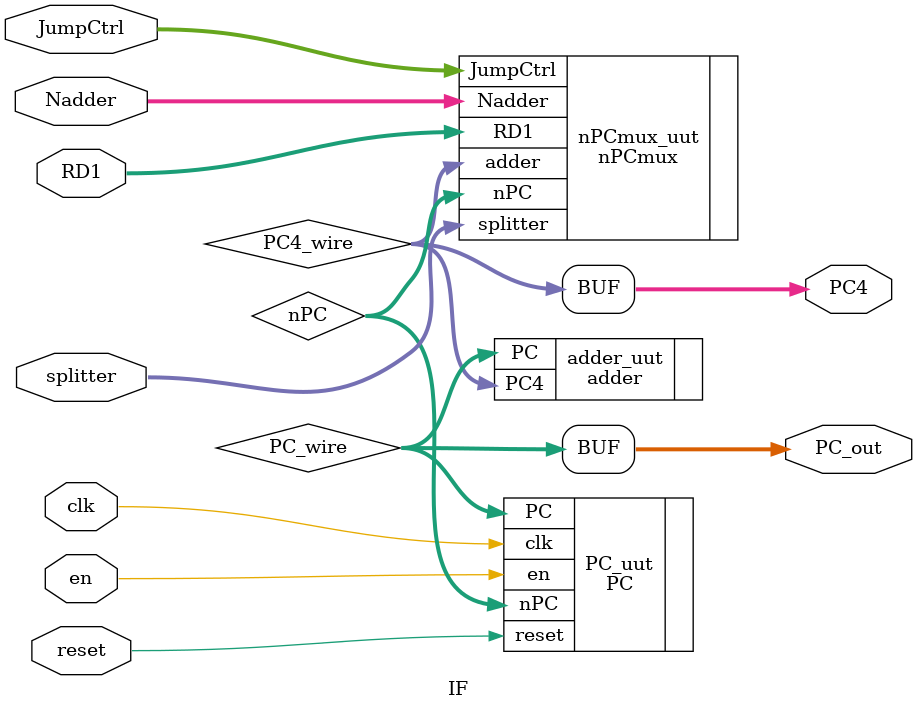
<source format=v>
`timescale 1ns / 1ps
module IF(
    input [31:0] Nadder,
    input [31:0] splitter,
    input [31:0] RD1,
    input clk,
    input reset,
    input en,
    input [1:0] JumpCtrl,
    output [31:0] PC4,
	 output [31:0] PC_out
    );
    wire [31:0] nPC, PC_wire, PC4_wire;
    PC PC_uut (
        .clk(clk),
        .reset(reset),
        .en(en),
        .nPC(nPC),
        .PC(PC_wire)
    );
    adder adder_uut(
        .PC(PC_wire),
        .PC4(PC4_wire)
    );
    nPCmux nPCmux_uut(
        .JumpCtrl(JumpCtrl),
        .adder(PC4_wire),
        .Nadder(Nadder),
        .splitter(splitter),
        .RD1(RD1),
		  .nPC(nPC)
    );
	 assign PC4 = PC4_wire;
	 assign PC_out = PC_wire;
endmodule
</source>
